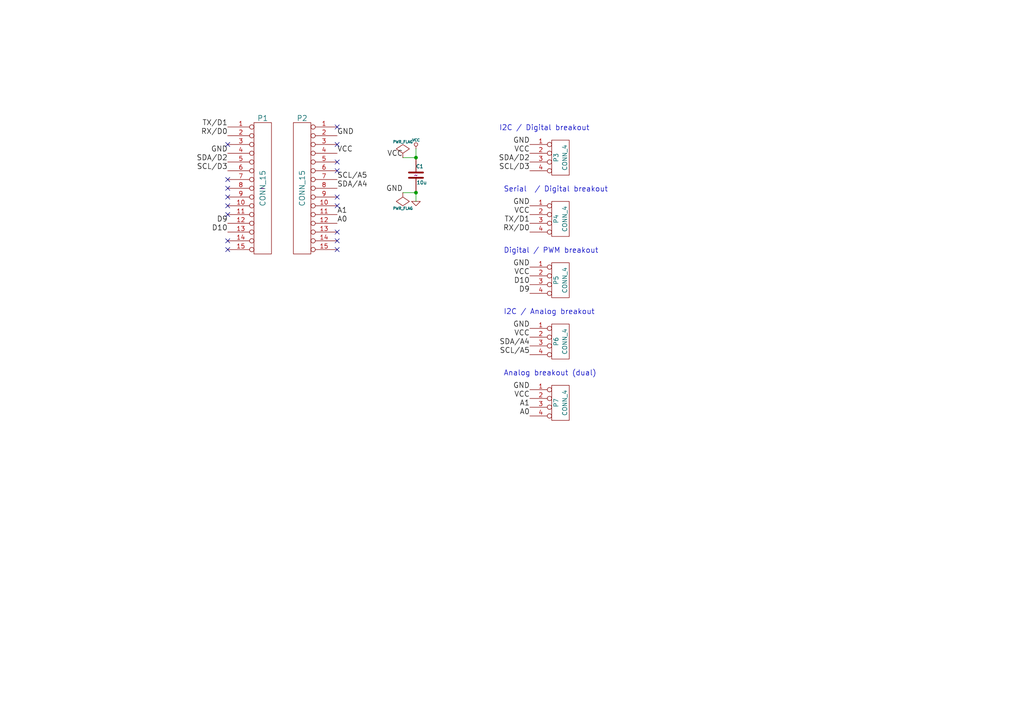
<source format=kicad_sch>
(kicad_sch (version 20230121) (generator eeschema)
  (paper "A4")
  (title_block (title "GroveHat for Arduino Nano / Micro") (date "1 oct 2015") (rev "1") (company "Moonpunch") (comment 1 "CERN Open Hardware License 1.2"))
  (lib_symbols
    (symbol "grovehat_arduino_nano-rescue:C" (pin_numbers hide) (pin_names (offset 0.254))
      (property "Reference" "C" (at 0 2.54 0))
      (property "Value" "C" (at 0.1524 -2.159 0))
      (symbol "C_0_1"
        (polyline (pts (xy -2.032 -0.762) (xy 2.032 -0.762)) (stroke (width 0.508)))
        (polyline (pts (xy -2.032 0.762) (xy 2.032 0.762)) (stroke (width 0.508)))
      )
      (symbol "C_1_1"
        (pin passive line (at 0 5.08 270) (length 4.318) (name "~") (number "1"))
        (pin passive line (at 0 -5.08 90) (length 4.318) (name "~") (number "2"))
      )
    )
    (symbol "grovehat_arduino_nano-rescue:CONN_4" (pin_names (offset 1.016) hide)
      (property "Reference" "P" (at -1.27 0 90))
      (property "Value" "CONN_4" (at 1.27 0 90))
      (symbol "CONN_4_0_1"
        (rectangle (start -2.54 5.08) (end 2.54 -5.08))
      )
      (symbol "CONN_4_1_1"
        (pin passive inverted (at -8.89 3.81 0) (length 6.35) (name "P1") (number "1"))
        (pin passive inverted (at -8.89 1.27 0) (length 6.35) (name "P2") (number "2"))
        (pin passive inverted (at -8.89 -1.27 0) (length 6.35) (name "P3") (number "3"))
        (pin passive inverted (at -8.89 -3.81 0) (length 6.35) (name "P4") (number "4"))
      )
    )
    (symbol "grovehat_arduino_nano-rescue:GND" (power) (pin_names (offset 0))
      (symbol "GND_0_1"
        (polyline (pts (xy -1.27 0) (xy 0 -1.27) (xy 1.27 0) (xy -1.27 0)))
      )
      (symbol "GND_1_1"
        (pin power_in line (at 0 0 90) (length 0) hide (name "GND") (number "1"))
      )
    )
    (symbol "grovehat_arduino_nano-rescue:PWR_FLAG" (power) (pin_numbers hide) (pin_names (offset 0) hide)
      (property "Value" "PWR_FLAG" (at 0 4.572 0))
      (symbol "PWR_FLAG_0_0"
        (pin power_out line (at 0 0 90) (length 0) (name "pwr") (number "1"))
      )
      (symbol "PWR_FLAG_0_1"
        (polyline (pts (xy 0 0) (xy 0 1.27) (xy -1.905 2.54) (xy 0 3.81) (xy 1.905 2.54) (xy 0 1.27)))
      )
    )
    (symbol "grovehat_arduino_nano-rescue:VCC" (power) (pin_names (offset 0))
      (property "Value" "VCC" (at 0 2.54 0))
      (symbol "VCC_0_0"
        (pin power_in line (at 0 0 90) (length 0) hide (name "VCC") (number "1"))
      )
      (symbol "VCC_0_1"
        (polyline (pts (xy 0 0) (xy 0 0.762) (xy 0 0.762)))
        (circle (center 0 1.27) (radius 0.508))
      )
    )
    (symbol "grovehat_parts:CONN_15" (pin_names (offset 1.016))
      (property "Reference" "P" (at 0 20.32 0))
      (property "Value" "CONN_15" (at 0 0 90))
      (symbol "CONN_15_0_1"
        (rectangle (start -2.54 19.05) (end 2.54 -19.05))
      )
      (symbol "CONN_15_1_1"
        (pin input inverted (at -10.16 17.78 0) (length 7.62) (name "~") (number "1"))
        (pin input inverted (at -10.16 -5.08 0) (length 7.62) (name "~") (number "10"))
        (pin input inverted (at -10.16 -7.62 0) (length 7.62) (name "~") (number "11"))
        (pin input inverted (at -10.16 -10.16 0) (length 7.62) (name "~") (number "12"))
        (pin input inverted (at -10.16 -12.7 0) (length 7.62) (name "~") (number "13"))
        (pin input inverted (at -10.16 -15.24 0) (length 7.62) (name "~") (number "14"))
        (pin input inverted (at -10.16 -17.78 0) (length 7.62) (name "~") (number "15"))
        (pin input inverted (at -10.16 15.24 0) (length 7.62) (name "~") (number "2"))
        (pin input inverted (at -10.16 12.7 0) (length 7.62) (name "~") (number "3"))
        (pin input inverted (at -10.16 10.16 0) (length 7.62) (name "~") (number "4"))
        (pin input inverted (at -10.16 7.62 0) (length 7.62) (name "~") (number "5"))
        (pin input inverted (at -10.16 5.08 0) (length 7.62) (name "~") (number "6"))
        (pin input inverted (at -10.16 2.54 0) (length 7.62) (name "~") (number "7"))
        (pin input inverted (at -10.16 0 0) (length 7.62) (name "~") (number "8"))
        (pin input inverted (at -10.16 -2.54 0) (length 7.62) (name "~") (number "9"))
      )
    )
  )
  (junction (at 120.65 55.88))
  (junction (at 120.65 45.72))
  (no_connect (at 97.79 49.53))
  (no_connect (at 66.04 52.07))
  (no_connect (at 66.04 54.61))
  (no_connect (at 97.79 36.83))
  (no_connect (at 97.79 69.85))
  (no_connect (at 97.79 57.15))
  (no_connect (at 97.79 59.69))
  (no_connect (at 66.04 57.15))
  (no_connect (at 97.79 67.31))
  (no_connect (at 66.04 69.85))
  (no_connect (at 66.04 62.23))
  (no_connect (at 66.04 72.39))
  (no_connect (at 97.79 41.91))
  (no_connect (at 66.04 59.69))
  (no_connect (at 97.79 72.39))
  (no_connect (at 97.79 46.99))
  (no_connect (at 66.04 41.91))
  (wire (pts (xy 120.65 43.18) (xy 120.65 45.72)))
  (wire (pts (xy 120.65 55.88) (xy 116.84 55.88)))
  (wire (pts (xy 120.65 55.88) (xy 120.65 58.42)))
  (wire (pts (xy 120.65 45.72) (xy 116.84 45.72)))
  (text "Analog breakout (dual)" (at 146.05 109.22 0) (effects (font (size 1.524 1.524)) (justify left bottom)))
  (text "Serial  / Digital breakout" (at 146.05 55.88 0) (effects (font (size 1.524 1.524)) (justify left bottom)))
  (text "I2C / Analog breakout" (at 146.05 91.44 0) (effects (font (size 1.524 1.524)) (justify left bottom)))
  (text "I2C / Digital breakout" (at 144.78 38.1 0) (effects (font (size 1.524 1.524)) (justify left bottom)))
  (text "Digital / PWM breakout" (at 146.05 73.66 0) (effects (font (size 1.524 1.524)) (justify left bottom)))
  (label "D10" (at 66.04 67.31 180) (effects (font (size 1.524 1.524))))
  (label "SDA/A4" (at 153.67 100.33 180) (effects (font (size 1.524 1.524))))
  (label "TX/D1" (at 153.67 64.77 180) (effects (font (size 1.524 1.524))))
  (label "GND" (at 153.67 41.91 180) (effects (font (size 1.524 1.524))))
  (label "A0" (at 153.67 120.65 180) (effects (font (size 1.524 1.524))))
  (label "GND" (at 97.79 39.37 0) (effects (font (size 1.524 1.524))))
  (label "SCL/D3" (at 66.04 49.53 180) (effects (font (size 1.524 1.524))))
  (label "VCC" (at 116.84 45.72 180) (effects (font (size 1.524 1.524))))
  (label "GND" (at 153.67 59.69 180) (effects (font (size 1.524 1.524))))
  (label "SCL/D3" (at 153.67 49.53 180) (effects (font (size 1.524 1.524))))
  (label "GND" (at 153.67 113.03 180) (effects (font (size 1.524 1.524))))
  (label "RX/D0" (at 66.04 39.37 180) (effects (font (size 1.524 1.524))))
  (label "GND" (at 153.67 77.47 180) (effects (font (size 1.524 1.524))))
  (label "A1" (at 153.67 118.11 180) (effects (font (size 1.524 1.524))))
  (label "SCL/A5" (at 97.79 52.07 0) (effects (font (size 1.524 1.524))))
  (label "VCC" (at 97.79 44.45 0) (effects (font (size 1.524 1.524))))
  (label "GND" (at 66.04 44.45 180) (effects (font (size 1.524 1.524))))
  (label "GND" (at 116.84 55.88 180) (effects (font (size 1.524 1.524))))
  (label "A1" (at 97.79 62.23 0) (effects (font (size 1.524 1.524))))
  (label "A0" (at 97.79 64.77 0) (effects (font (size 1.524 1.524))))
  (label "TX/D1" (at 66.04 36.83 180) (effects (font (size 1.524 1.524))))
  (label "D9" (at 153.67 85.09 180) (effects (font (size 1.524 1.524))))
  (label "SCL/A5" (at 153.67 102.87 180) (effects (font (size 1.524 1.524))))
  (label "VCC" (at 153.67 62.23 180) (effects (font (size 1.524 1.524))))
  (label "D9" (at 66.04 64.77 180) (effects (font (size 1.524 1.524))))
  (label "SDA/A4" (at 97.79 54.61 0) (effects (font (size 1.524 1.524))))
  (label "VCC" (at 153.67 80.01 180) (effects (font (size 1.524 1.524))))
  (label "VCC" (at 153.67 97.79 180) (effects (font (size 1.524 1.524))))
  (label "SDA/D2" (at 153.67 46.99 180) (effects (font (size 1.524 1.524))))
  (label "D10" (at 153.67 82.55 180) (effects (font (size 1.524 1.524))))
  (label "SDA/D2" (at 66.04 46.99 180) (effects (font (size 1.524 1.524))))
  (label "VCC" (at 153.67 44.45 180) (effects (font (size 1.524 1.524))))
  (label "RX/D0" (at 153.67 67.31 180) (effects (font (size 1.524 1.524))))
  (label "VCC" (at 153.67 115.57 180) (effects (font (size 1.524 1.524))))
  (label "GND" (at 153.67 95.25 180) (effects (font (size 1.524 1.524))))
  (symbol (lib_id "grovehat_arduino_nano-rescue:CONN_4") (at 162.56 45.72 0) (unit 1)
    (property "Reference" "P3" (at 161.29 45.72 90))
    (property "Value" "CONN_4" (at 163.83 45.72 90))
    (property "Footprint" "TWIG_2.0" (effects hide))
    (property "Datasheet" "http://www.seeedstudio.com/depot/images/opl/datasheet/3470130P1.pdf" (effects hide))
    (property "MFN" "Taifeng" (effects hide))
    (property "MFPN" "1125S-4P" (effects hide))
  )
  (symbol (lib_id "grovehat_arduino_nano-rescue:CONN_4") (at 162.56 63.5 0) (unit 1)
    (property "Reference" "P4" (at 161.29 63.5 90))
    (property "Value" "CONN_4" (at 163.83 63.5 90))
    (property "Footprint" "TWIG_2.0" (effects hide))
    (property "Datasheet" "http://www.seeedstudio.com/depot/images/opl/datasheet/3470130P1.pdf" (effects hide))
    (property "MFN" "Taifeng" (effects hide))
    (property "MFPN" "1125S-4P" (effects hide))
  )
  (symbol (lib_id "grovehat_arduino_nano-rescue:CONN_4") (at 162.56 116.84 0) (unit 1)
    (property "Reference" "P7" (at 161.29 116.84 90))
    (property "Value" "CONN_4" (at 163.83 116.84 90))
    (property "Footprint" "TWIG_2.0" (effects hide))
    (property "Datasheet" "http://www.seeedstudio.com/depot/images/opl/datasheet/3470130P1.pdf" (effects hide))
    (property "MFN" "Taifeng" (effects hide))
    (property "MFPN" "1125S-4P" (effects hide))
  )
  (symbol (lib_id "grovehat_arduino_nano-rescue:C") (at 120.65 50.8 0) (unit 1)
    (property "Reference" "C1" (at 120.65 48.26 0) (effects (font (size 1.016 1.016)) (justify left)))
    (property "Value" "10u" (at 120.8024 52.959 0) (effects (font (size 1.016 1.016)) (justify left)))
    (property "Footprint" "SM0805" (effects hide))
    (property "Datasheet" "~" (at 120.65 50.8 0) (effects (font (size 1.524 1.524))))
    (property "MFN" "AVX" (effects hide))
    (property "MFPN" "08056D106MAT2A" (effects hide))
    (property "S1N" "Mouser" (effects hide))
    (property "S1PN" "581-08056D106MAT2A" (effects hide))
    (property "S1L" "http://www.mouser.tw/ProductDetail/AVX/08056D106MAT2A/" (effects hide))
  )
  (symbol (lib_id "grovehat_parts:CONN_15") (at 76.2 54.61 0) (unit 1)
    (property "Reference" "P1" (at 76.2 34.29 0) (effects (font (size 1.524 1.524))))
    (property "Value" "CONN_15" (at 76.2 54.61 90) (effects (font (size 1.524 1.524))))
    (property "Footprint" "~" (at 76.2 54.61 0) (effects (font (size 1.524 1.524))))
    (property "Datasheet" "http://www.mouser.com/ds/2/181/M20-782-351467.pdf" (effects hide))
    (property "MFN" "Harwin" (effects hide))
    (property "MFPN" "M20-7821546" (effects hide))
    (property "S1N" "Mouser" (effects hide))
    (property "S1PN" "855-M20-7821546" (effects hide))
    (property "S1L" "http://www.mouser.tw/ProductDetail/Harwin/M20-7821546/" (effects hide))
    (property "S2N" "Guanghwa Computer Market" (effects hide))
    (property "S3N" "Seeed" (effects hide))
    (property "S3PN" "320030031" (effects hide))
    (property "S3L" "http://www.seeedstudio.com/depot/index.php?main_page=opl_info&opl_id=669" (effects hide))
  )
  (symbol (lib_id "grovehat_parts:CONN_15") (at 87.63 54.61 0) (mirror y) (unit 1)
    (property "Reference" "P2" (at 87.63 34.29 0) (effects (font (size 1.524 1.524))))
    (property "Value" "CONN_15" (at 87.63 54.61 90) (effects (font (size 1.524 1.524))))
    (property "Datasheet" "http://www.mouser.com/ds/2/181/M20-782-351467.pdf" (effects hide))
    (property "MFN" "Harwin" (effects hide))
    (property "MFPN" "M20-7821546" (effects hide))
    (property "S1N" "Mouser" (effects hide))
    (property "S1PN" "855-M20-7821546" (effects hide))
    (property "S1L" "http://www.mouser.tw/ProductDetail/Harwin/M20-7821546/" (effects hide))
    (property "S2N" "Guanghwa Computer Market" (effects hide))
    (property "S3N" "Seeed" (effects hide))
    (property "S3PN" "320030031" (effects hide))
    (property "S3L" "http://www.seeedstudio.com/depot/index.php?main_page=opl_info&opl_id=669" (effects hide))
  )
  (symbol (lib_id "grovehat_arduino_nano-rescue:VCC") (at 120.65 43.18 0) (unit 1)
    (property "Reference" "#PWR01" (effects hide))
    (property "Value" "VCC" (at 120.65 40.64 0) (effects (font (size 0.762 0.762))))
  )
  (symbol (lib_id "grovehat_arduino_nano-rescue:GND") (at 120.65 58.42 0) (unit 1)
    (property "Reference" "#PWR02" (effects hide))
    (property "Value" "GND" (effects hide))
  )
  (symbol (lib_id "grovehat_arduino_nano-rescue:PWR_FLAG") (at 116.84 45.72 0) (unit 1)
    (property "Reference" "#FLG03" (effects hide))
    (property "Value" "PWR_FLAG" (at 116.84 41.148 0) (effects (font (size 0.762 0.762))))
  )
  (symbol (lib_id "grovehat_arduino_nano-rescue:PWR_FLAG") (at 116.84 55.88 180) (unit 1)
    (property "Reference" "#FLG04" (effects hide))
    (property "Value" "PWR_FLAG" (at 116.84 60.452 0) (effects (font (size 0.762 0.762))))
  )
  (symbol (lib_id "grovehat_arduino_nano-rescue:CONN_4") (at 162.56 81.28 0) (unit 1)
    (property "Reference" "P5" (at 161.29 81.28 90))
    (property "Value" "CONN_4" (at 163.83 81.28 90))
    (property "Footprint" "TWIG_2.0" (effects hide))
    (property "Datasheet" "http://www.seeedstudio.com/depot/images/opl/datasheet/3470130P1.pdf" (effects hide))
    (property "MFN" "Taifeng" (effects hide))
    (property "MFPN" "1125S-4P" (effects hide))
  )
  (symbol (lib_id "grovehat_arduino_nano-rescue:CONN_4") (at 162.56 99.06 0) (unit 1)
    (property "Reference" "P6" (at 161.29 99.06 90))
    (property "Value" "CONN_4" (at 163.83 99.06 90))
    (property "Footprint" "TWIG_2.0" (effects hide))
    (property "Datasheet" "http://www.seeedstudio.com/depot/images/opl/datasheet/3470130P1.pdf" (effects hide))
    (property "MFN" "Taifeng" (effects hide))
    (property "MFPN" "1125S-4P" (effects hide))
  )
)
</source>
